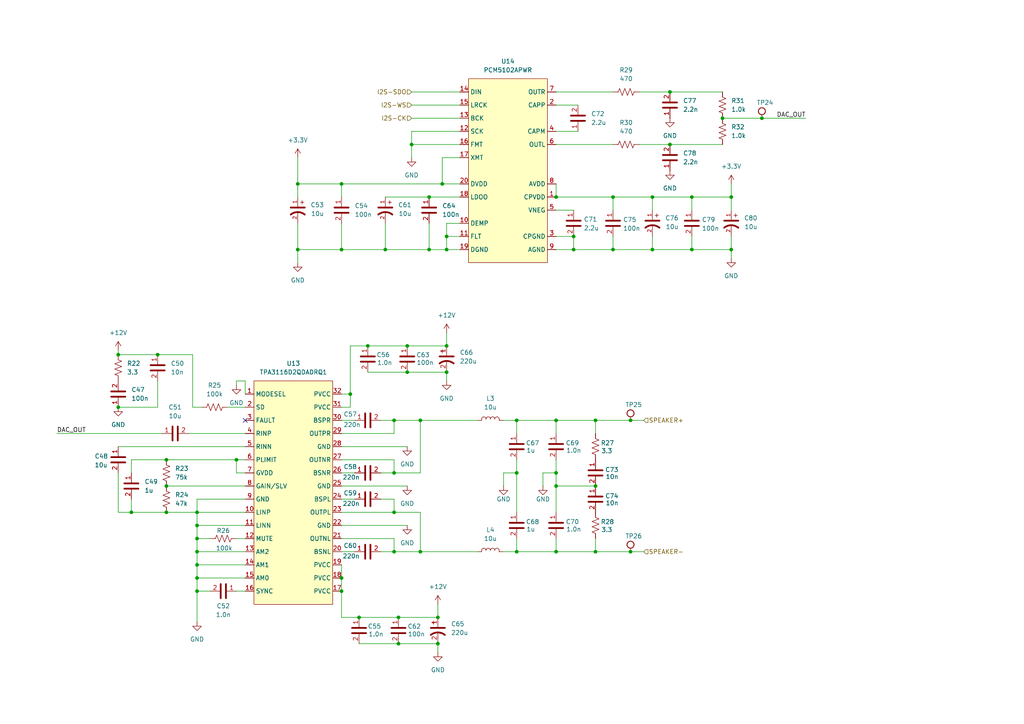
<source format=kicad_sch>
(kicad_sch (version 20250114) (generator "eeschema") (generator_version "9.0")
  (paper "A4")
  (junction (at 68.58 133.35))
  (junction (at 161.29 140.97))
  (junction (at 57.15 148.59))
  (junction (at 194.31 26.67))
  (junction (at 34.29 118.11))
  (junction (at 161.29 121.92))
  (junction (at 86.36 53.34))
  (junction (at 149.86 121.92))
  (junction (at 111.76 72.39))
  (junction (at 220.98 34.29))
  (junction (at 115.57 179.07))
  (junction (at 118.11 100.33))
  (junction (at 129.54 100.33))
  (junction (at 129.54 68.58))
  (junction (at 101.6 114.3))
  (junction (at 57.15 171.45))
  (junction (at 57.15 152.4))
  (junction (at 118.11 107.95))
  (junction (at 99.06 72.39))
  (junction (at 57.15 160.02))
  (junction (at 128.27 53.34))
  (junction (at 57.15 156.21))
  (junction (at 182.88 121.92))
  (junction (at 124.46 72.39))
  (junction (at 194.31 41.91))
  (junction (at 86.36 72.39))
  (junction (at 121.92 160.02))
  (junction (at 166.37 68.58))
  (junction (at 189.23 57.15))
  (junction (at 212.09 72.39))
  (junction (at 104.14 179.07))
  (junction (at 189.23 72.39))
  (junction (at 114.3 121.92))
  (junction (at 161.29 137.16))
  (junction (at 119.38 41.91))
  (junction (at 172.72 140.97))
  (junction (at 99.06 53.34))
  (junction (at 38.1 148.59))
  (junction (at 161.29 160.02))
  (junction (at 34.29 102.87))
  (junction (at 57.15 167.64))
  (junction (at 161.29 57.15))
  (junction (at 45.72 102.87))
  (junction (at 99.06 171.45))
  (junction (at 129.54 72.39))
  (junction (at 149.86 160.02))
  (junction (at 57.15 163.83))
  (junction (at 149.86 137.16))
  (junction (at 114.3 137.16))
  (junction (at 177.8 57.15))
  (junction (at 200.66 72.39))
  (junction (at 166.37 72.39))
  (junction (at 172.72 121.92))
  (junction (at 124.46 57.15))
  (junction (at 48.26 140.97))
  (junction (at 115.57 186.69))
  (junction (at 114.3 148.59))
  (junction (at 129.54 107.95))
  (junction (at 127 186.69))
  (junction (at 48.26 148.59))
  (junction (at 209.55 34.29))
  (junction (at 106.68 100.33))
  (junction (at 212.09 57.15))
  (junction (at 172.72 160.02))
  (junction (at 127 179.07))
  (junction (at 182.88 160.02))
  (junction (at 121.92 121.92))
  (junction (at 99.06 167.64))
  (junction (at 177.8 72.39))
  (junction (at 114.3 160.02))
  (junction (at 200.66 57.15))
  (junction (at 48.26 133.35))
  (no_connect (at 71.12 121.92))
  (wire (pts (xy 48.26 133.35) (xy 68.58 133.35)))
  (wire (pts (xy 129.54 68.58) (xy 129.54 72.39)))
  (wire (pts (xy 110.49 137.16) (xy 114.3 137.16)))
  (wire (pts (xy 172.72 121.92) (xy 172.72 125.73)))
  (wire (pts (xy 146.05 121.92) (xy 149.86 121.92)))
  (wire (pts (xy 128.27 53.34) (xy 133.35 53.34)))
  (wire (pts (xy 121.92 121.92) (xy 114.3 121.92)))
  (wire (pts (xy 129.54 64.77) (xy 129.54 68.58)))
  (wire (pts (xy 68.58 156.21) (xy 71.12 156.21)))
  (wire (pts (xy 34.29 137.16) (xy 34.29 148.59)))
  (wire (pts (xy 86.36 45.72) (xy 86.36 53.34)))
  (wire (pts (xy 172.72 160.02) (xy 182.88 160.02)))
  (wire (pts (xy 115.57 186.69) (xy 127 186.69)))
  (wire (pts (xy 34.29 102.87) (xy 45.72 102.87)))
  (wire (pts (xy 189.23 72.39) (xy 200.66 72.39)))
  (wire (pts (xy 212.09 53.34) (xy 212.09 57.15)))
  (wire (pts (xy 133.35 68.58) (xy 129.54 68.58)))
  (wire (pts (xy 99.06 121.92) (xy 102.87 121.92)))
  (wire (pts (xy 57.15 160.02) (xy 57.15 163.83)))
  (wire (pts (xy 161.29 41.91) (xy 177.8 41.91)))
  (wire (pts (xy 99.06 163.83) (xy 99.06 167.64)))
  (wire (pts (xy 114.3 144.78) (xy 114.3 148.59)))
  (wire (pts (xy 189.23 57.15) (xy 200.66 57.15)))
  (wire (pts (xy 124.46 72.39) (xy 129.54 72.39)))
  (wire (pts (xy 189.23 57.15) (xy 189.23 60.96)))
  (wire (pts (xy 209.55 34.29) (xy 220.98 34.29)))
  (wire (pts (xy 161.29 137.16) (xy 161.29 140.97)))
  (wire (pts (xy 212.09 60.96) (xy 212.09 57.15)))
  (wire (pts (xy 149.86 160.02) (xy 161.29 160.02)))
  (wire (pts (xy 16.51 125.73) (xy 46.99 125.73)))
  (wire (pts (xy 118.11 107.95) (xy 129.54 107.95)))
  (wire (pts (xy 115.57 179.07) (xy 127 179.07)))
  (wire (pts (xy 200.66 60.96) (xy 200.66 57.15)))
  (wire (pts (xy 133.35 57.15) (xy 124.46 57.15)))
  (wire (pts (xy 161.29 133.35) (xy 161.29 137.16)))
  (wire (pts (xy 121.92 121.92) (xy 138.43 121.92)))
  (wire (pts (xy 99.06 53.34) (xy 128.27 53.34)))
  (wire (pts (xy 146.05 160.02) (xy 149.86 160.02)))
  (wire (pts (xy 106.68 100.33) (xy 118.11 100.33)))
  (wire (pts (xy 101.6 118.11) (xy 101.6 114.3)))
  (wire (pts (xy 161.29 140.97) (xy 172.72 140.97)))
  (wire (pts (xy 129.54 96.52) (xy 129.54 100.33)))
  (wire (pts (xy 110.49 144.78) (xy 114.3 144.78)))
  (wire (pts (xy 101.6 100.33) (xy 106.68 100.33)))
  (wire (pts (xy 161.29 26.67) (xy 177.8 26.67)))
  (wire (pts (xy 45.72 118.11) (xy 34.29 118.11)))
  (wire (pts (xy 189.23 68.58) (xy 189.23 72.39)))
  (wire (pts (xy 114.3 137.16) (xy 121.92 137.16)))
  (wire (pts (xy 60.96 171.45) (xy 57.15 171.45)))
  (wire (pts (xy 194.31 26.67) (xy 209.55 26.67)))
  (wire (pts (xy 128.27 45.72) (xy 128.27 53.34)))
  (wire (pts (xy 121.92 137.16) (xy 121.92 121.92)))
  (wire (pts (xy 99.06 171.45) (xy 99.06 179.07)))
  (wire (pts (xy 149.86 137.16) (xy 149.86 148.59)))
  (wire (pts (xy 60.96 156.21) (xy 57.15 156.21)))
  (wire (pts (xy 161.29 140.97) (xy 161.29 148.59)))
  (wire (pts (xy 161.29 57.15) (xy 161.29 53.34)))
  (wire (pts (xy 124.46 57.15) (xy 111.76 57.15)))
  (wire (pts (xy 119.38 41.91) (xy 119.38 45.72)))
  (wire (pts (xy 86.36 64.77) (xy 86.36 72.39)))
  (wire (pts (xy 157.48 137.16) (xy 161.29 137.16)))
  (wire (pts (xy 124.46 64.77) (xy 124.46 72.39)))
  (wire (pts (xy 99.06 114.3) (xy 101.6 114.3)))
  (wire (pts (xy 114.3 148.59) (xy 121.92 148.59)))
  (wire (pts (xy 177.8 72.39) (xy 189.23 72.39)))
  (wire (pts (xy 86.36 53.34) (xy 99.06 53.34)))
  (wire (pts (xy 99.06 53.34) (xy 99.06 57.15)))
  (wire (pts (xy 161.29 160.02) (xy 172.72 160.02)))
  (wire (pts (xy 166.37 68.58) (xy 166.37 72.39)))
  (wire (pts (xy 54.61 125.73) (xy 71.12 125.73)))
  (wire (pts (xy 68.58 111.76) (xy 68.58 110.49)))
  (wire (pts (xy 200.66 72.39) (xy 212.09 72.39)))
  (wire (pts (xy 161.29 60.96) (xy 166.37 60.96)))
  (wire (pts (xy 99.06 133.35) (xy 114.3 133.35)))
  (wire (pts (xy 161.29 125.73) (xy 161.29 121.92)))
  (wire (pts (xy 45.72 102.87) (xy 55.88 102.87)))
  (wire (pts (xy 194.31 41.91) (xy 209.55 41.91)))
  (wire (pts (xy 220.98 34.29) (xy 233.68 34.29)))
  (wire (pts (xy 99.06 137.16) (xy 102.87 137.16)))
  (wire (pts (xy 121.92 160.02) (xy 138.43 160.02)))
  (wire (pts (xy 48.26 140.97) (xy 71.12 140.97)))
  (wire (pts (xy 71.12 110.49) (xy 71.12 114.3)))
  (wire (pts (xy 55.88 118.11) (xy 58.42 118.11)))
  (wire (pts (xy 177.8 57.15) (xy 177.8 60.96)))
  (wire (pts (xy 119.38 26.67) (xy 133.35 26.67)))
  (wire (pts (xy 86.36 53.34) (xy 86.36 57.15)))
  (wire (pts (xy 149.86 160.02) (xy 149.86 156.21)))
  (wire (pts (xy 119.38 34.29) (xy 133.35 34.29)))
  (wire (pts (xy 185.42 26.67) (xy 194.31 26.67)))
  (wire (pts (xy 133.35 45.72) (xy 128.27 45.72)))
  (wire (pts (xy 99.06 144.78) (xy 102.87 144.78)))
  (wire (pts (xy 182.88 160.02) (xy 186.69 160.02)))
  (wire (pts (xy 99.06 129.54) (xy 118.11 129.54)))
  (wire (pts (xy 161.29 72.39) (xy 166.37 72.39)))
  (wire (pts (xy 104.14 186.69) (xy 115.57 186.69)))
  (wire (pts (xy 114.3 160.02) (xy 110.49 160.02)))
  (wire (pts (xy 114.3 125.73) (xy 114.3 121.92)))
  (wire (pts (xy 121.92 148.59) (xy 121.92 160.02)))
  (wire (pts (xy 127 189.23) (xy 127 186.69)))
  (wire (pts (xy 38.1 133.35) (xy 38.1 137.16)))
  (wire (pts (xy 99.06 64.77) (xy 99.06 72.39)))
  (wire (pts (xy 161.29 30.48) (xy 167.64 30.48)))
  (wire (pts (xy 119.38 38.1) (xy 119.38 41.91)))
  (wire (pts (xy 127 175.26) (xy 127 179.07)))
  (wire (pts (xy 149.86 121.92) (xy 149.86 125.73)))
  (wire (pts (xy 71.12 144.78) (xy 57.15 144.78)))
  (wire (pts (xy 99.06 160.02) (xy 102.87 160.02)))
  (wire (pts (xy 66.04 118.11) (xy 71.12 118.11)))
  (wire (pts (xy 57.15 167.64) (xy 57.15 163.83)))
  (wire (pts (xy 161.29 160.02) (xy 161.29 156.21)))
  (wire (pts (xy 118.11 100.33) (xy 129.54 100.33)))
  (wire (pts (xy 57.15 171.45) (xy 57.15 167.64)))
  (wire (pts (xy 57.15 144.78) (xy 57.15 148.59)))
  (wire (pts (xy 114.3 148.59) (xy 99.06 148.59)))
  (wire (pts (xy 68.58 110.49) (xy 71.12 110.49)))
  (wire (pts (xy 161.29 121.92) (xy 149.86 121.92)))
  (wire (pts (xy 111.76 72.39) (xy 124.46 72.39)))
  (wire (pts (xy 106.68 107.95) (xy 118.11 107.95)))
  (wire (pts (xy 38.1 133.35) (xy 48.26 133.35)))
  (wire (pts (xy 71.12 160.02) (xy 57.15 160.02)))
  (wire (pts (xy 57.15 156.21) (xy 57.15 160.02)))
  (wire (pts (xy 57.15 180.34) (xy 57.15 171.45)))
  (wire (pts (xy 57.15 167.64) (xy 71.12 167.64)))
  (wire (pts (xy 110.49 121.92) (xy 114.3 121.92)))
  (wire (pts (xy 34.29 148.59) (xy 38.1 148.59)))
  (wire (pts (xy 133.35 41.91) (xy 119.38 41.91)))
  (wire (pts (xy 212.09 72.39) (xy 212.09 74.93)))
  (wire (pts (xy 55.88 102.87) (xy 55.88 118.11)))
  (wire (pts (xy 71.12 137.16) (xy 68.58 137.16)))
  (wire (pts (xy 86.36 72.39) (xy 86.36 76.2)))
  (wire (pts (xy 200.66 57.15) (xy 212.09 57.15)))
  (wire (pts (xy 57.15 152.4) (xy 57.15 156.21)))
  (wire (pts (xy 57.15 148.59) (xy 71.12 148.59)))
  (wire (pts (xy 212.09 72.39) (xy 212.09 68.58)))
  (wire (pts (xy 99.06 167.64) (xy 99.06 171.45)))
  (wire (pts (xy 161.29 68.58) (xy 166.37 68.58)))
  (wire (pts (xy 133.35 38.1) (xy 119.38 38.1)))
  (wire (pts (xy 177.8 68.58) (xy 177.8 72.39)))
  (wire (pts (xy 38.1 144.78) (xy 38.1 148.59)))
  (wire (pts (xy 133.35 64.77) (xy 129.54 64.77)))
  (wire (pts (xy 161.29 57.15) (xy 177.8 57.15)))
  (wire (pts (xy 99.06 125.73) (xy 114.3 125.73)))
  (wire (pts (xy 57.15 148.59) (xy 57.15 152.4)))
  (wire (pts (xy 68.58 133.35) (xy 71.12 133.35)))
  (wire (pts (xy 99.06 156.21) (xy 114.3 156.21)))
  (wire (pts (xy 146.05 137.16) (xy 149.86 137.16)))
  (wire (pts (xy 71.12 129.54) (xy 34.29 129.54)))
  (wire (pts (xy 86.36 72.39) (xy 99.06 72.39)))
  (wire (pts (xy 99.06 72.39) (xy 111.76 72.39)))
  (wire (pts (xy 99.06 140.97) (xy 118.11 140.97)))
  (wire (pts (xy 99.06 179.07) (xy 104.14 179.07)))
  (wire (pts (xy 149.86 133.35) (xy 149.86 137.16)))
  (wire (pts (xy 45.72 110.49) (xy 45.72 118.11)))
  (wire (pts (xy 129.54 72.39) (xy 133.35 72.39)))
  (wire (pts (xy 129.54 110.49) (xy 129.54 107.95)))
  (wire (pts (xy 111.76 64.77) (xy 111.76 72.39)))
  (wire (pts (xy 101.6 114.3) (xy 101.6 100.33)))
  (wire (pts (xy 119.38 30.48) (xy 133.35 30.48)))
  (wire (pts (xy 182.88 121.92) (xy 186.69 121.92)))
  (wire (pts (xy 57.15 152.4) (xy 71.12 152.4)))
  (wire (pts (xy 114.3 156.21) (xy 114.3 160.02)))
  (wire (pts (xy 200.66 68.58) (xy 200.66 72.39)))
  (wire (pts (xy 68.58 137.16) (xy 68.58 133.35)))
  (wire (pts (xy 157.48 137.16) (xy 157.48 140.97)))
  (wire (pts (xy 34.29 101.6) (xy 34.29 102.87)))
  (wire (pts (xy 177.8 57.15) (xy 189.23 57.15)))
  (wire (pts (xy 104.14 179.07) (xy 115.57 179.07)))
  (wire (pts (xy 48.26 148.59) (xy 57.15 148.59)))
  (wire (pts (xy 172.72 160.02) (xy 172.72 156.21)))
  (wire (pts (xy 161.29 121.92) (xy 172.72 121.92)))
  (wire (pts (xy 57.15 163.83) (xy 71.12 163.83)))
  (wire (pts (xy 114.3 133.35) (xy 114.3 137.16)))
  (wire (pts (xy 146.05 137.16) (xy 146.05 140.97)))
  (wire (pts (xy 185.42 41.91) (xy 194.31 41.91)))
  (wire (pts (xy 172.72 121.92) (xy 182.88 121.92)))
  (wire (pts (xy 161.29 38.1) (xy 167.64 38.1)))
  (wire (pts (xy 99.06 118.11) (xy 101.6 118.11)))
  (wire (pts (xy 121.92 160.02) (xy 114.3 160.02)))
  (wire (pts (xy 38.1 148.59) (xy 48.26 148.59)))
  (wire (pts (xy 68.58 171.45) (xy 71.12 171.45)))
  (wire (pts (xy 99.06 152.4) (xy 118.11 152.4)))
  (wire (pts (xy 166.37 72.39) (xy 177.8 72.39)))
  (label "DAC_OUT" (at 233.68 34.29 180))
  (label "DAC_OUT" (at 16.51 125.73 0))
  (hierarchical_label "I2S-CK" (shape input) (at 119.38 34.29 180))
  (hierarchical_label "I2S-SDO" (shape input) (at 119.38 26.67 180))
  (hierarchical_label "SPEAKER-" (shape input) (at 186.69 160.02 0))
  (hierarchical_label "I2S-WS" (shape input) (at 119.38 30.48 180))
  (hierarchical_label "SPEAKER+" (shape input) (at 186.69 121.92 0))
  (symbol (lib_id "power:GND") (at 194.31 49.53 0) (unit 1)
    (property "Reference" "#PWR098" (effects (hide yes)))
    (property "Value" "GND" (at 194.31 54.61 0))
    (property "Description" "Power symbol creates a global label with name \"GND\" , ground" (effects (hide yes)))
  )
  (symbol (lib_id "power:GND") (at 129.54 110.49 0) (unit 1)
    (property "Reference" "#PWR094" (effects (hide yes)))
    (property "Value" "GND" (at 129.54 115.57 0))
    (property "Description" "Power symbol creates a global label with name \"GND\" , ground" (effects (hide yes)))
  )
  (symbol (lib_id "BFR Capacitors:06035C104KAT2A") (at 99.06 60.96 0) (unit 1)
    (property "Reference" "C54" (at 102.87 59.6899 0) (effects (justify left)))
    (property "Value" "100n" (at 102.87 62.2299 0) (effects (justify left)))
    (property "Footprint" "Capacitor_SMD:C_0603_1608Metric_Pad1.08x0.95mm_HandSolder" (effects (hide yes)))
    (property "Description" "100nF±10% X7R 16V JLCPCB Basic 0603 Capacitor" (effects (hide yes)))
    (property "Sim.Device" "SUBCKT" (effects (hide yes)))
    (property "Sim.Pins" "1=P1 2=P2" (effects (hide yes)))
    (property "Sim.Library" "${BFRUH_DIR}/Electronics/spice_models/bfr_capacitors/06035C104KAT2A.lib" (effects (hide yes)))
    (property "Sim.Name" "06035C104KAT2A" (effects (hide yes)))
    (property "Pretty Name" "100nF 16V 0603 Capacitor" (effects (hide yes)))
    (property "Order From" "LCSC" (effects (hide yes)))
    (property "Digikey P/N" "478-KGM15BR71H104KTCT-ND" (effects (hide yes)))
    (property "Mouser P/N" "581-06035C104KAT2A" (effects (hide yes)))
    (property "LCSC P/N" "C14663" (effects (hide yes)))
    (property "JLCPCB Basic Part" "Yes" (effects (hide yes)))
    (property "Created by" "capacitor_generator.py script using capacitor_bible_spec.txt" (effects (hide yes)))
  )
  (symbol (lib_id "bfr_capacitors:CL21A225KBQNNNE") (at 166.37 64.77 0) (unit 1)
    (property "Reference" "C71" (at 169.3266 63.6209 0) (effects (justify left)))
    (property "Value" "2.2u" (at 169.3266 66.1609 0) (effects (justify left)))
    (property "Footprint" "Capacitor_SMD:C_0805_2012Metric_Pad1.18x1.45mm_HandSolder" (effects (hide yes)))
    (property "Description" "2.2uF±10% X5R 50V JLCPCB Basic 0805 Capacitor" (effects (hide yes)))
    (property "Sim.Device" "SUBCKT" (effects (hide yes)))
    (property "Sim.Pins" "1=P1 2=P2" (effects (hide yes)))
    (property "Sim.Library" "${BFRUH_DIR}/Electronics/spice_models/bfr_capacitors/CL21A225KBQNNNE.lib" (effects (hide yes)))
    (property "Sim.Name" "CL21A225KBQNNNE" (effects (hide yes)))
    (property "Pretty Name" "2.2uF X5R 50V 0805 Capacitor" (effects (hide yes)))
    (property "Order From" "LCSC" (effects (hide yes)))
    (property "LCSC P/N" "C377773" (effects (hide yes)))
    (property "JLCPCB Basic Part" "Yes" (effects (hide yes)))
    (property "Created by" "capacitor_generator.py script using jlcbasic_additional_capacitor_spec.txt" (effects (hide yes)))
    (property "LCSC Part #" "C377773" (effects (hide yes)))
  )
  (symbol (lib_name "TAJA106K016RNJ_1") (lib_id ".Capacitor-Polarized:TAJA106K016RNJ") (at 189.23 68.58 270) (mirror x) (unit 1)
    (property "Reference" "C76" (at 196.85 63.246 90) (effects (justify right)))
    (property "Value" "10u" (at 196.85 65.786 90) (effects (justify right)))
    (property "Footprint" "Capacitor_THT:CP_Radial_D10.0mm_P5.00mm" (effects (hide yes)))
    (property "Datasheet" "https://industrial.panasonic.com/cdbs/www-data/pdf/RDF0000/ABA0000C1024.pdf" (effects (hide yes)))
    (property "Description" "10uF 400V electrolytic capacitor" (effects (hide yes)))
    (property "Manufacturer" "Panasonic" (effects (hide yes)))
    (property "Manufacturer P/N" "EEU-EB2G100PF " (effects (hide yes)))
    (property "Mouser P/N" "667-EEU-EB2G100PF " (effects (hide yes)))
  )
  (symbol (lib_id "bfr_capacitors:08055A103JAT2A") (at 172.72 144.78 0) (unit 1)
    (property "Reference" "C74" (at 175.514 143.129 0) (effects (justify left top)))
    (property "Value" "10n" (at 175.641 145.161 0) (effects (justify left top)))
    (property "Footprint" "Capacitor_SMD:C_0805_2012Metric_Pad1.18x1.45mm_HandSolder" (effects (hide yes)))
    (property "Description" "10nF±10% X7R 50V JLCPCB Basic 0805 Capacitor" (effects (hide yes)))
    (property "Sim.Device" "SUBCKT" (effects (hide yes)))
    (property "Sim.Pins" "1=P1 2=P2" (effects (hide yes)))
    (property "Sim.Library" "${BFRUH_DIR}/Electronics/spice_models/bfr_capacitors/08055A103JAT2A.lib" (effects (hide yes)))
    (property "Sim.Name" "08055A103JAT2A" (effects (hide yes)))
    (property "Pretty Name" "10nF 50V 0805 Capacitor" (effects (hide yes)))
    (property "Order From" "LCSC" (effects (hide yes)))
    (property "Digikey P/N" "478-KGM21ACG1H103JUCT-ND" (effects (hide yes)))
    (property "Mouser P/N" "581-08055A103JAT2A" (effects (hide yes)))
    (property "LCSC P/N" "C1710" (effects (hide yes)))
    (property "JLCPCB Basic Part" "Yes" (effects (hide yes)))
    (property "Created by" "capacitor_generator.py script using capacitor_bible_spec.txt" (effects (hide yes)))
    (property "LCSC Part #" "C1710" (effects (hide yes)))
  )
  (symbol (lib_id "BFR Capacitors:06035A222JAT2A") (at 194.31 45.72 180) (unit 1)
    (property "Reference" "C78" (at 198.12 44.4499 0) (effects (justify right)))
    (property "Value" "2.2n" (at 198.12 46.9899 0) (effects (justify right)))
    (property "Footprint" "Capacitor_SMD:C_0603_1608Metric_Pad1.08x0.95mm_HandSolder" (effects (hide yes)))
    (property "Description" "2.2nF±10% X7R 50V JLCPCB Basic 0603 Capacitor" (effects (hide yes)))
    (property "Sim.Device" "SUBCKT" (effects (hide yes)))
    (property "Sim.Pins" "1=P1 2=P2" (effects (hide yes)))
    (property "Sim.Library" "${BFRUH_DIR}/Electronics/spice_models/bfr_capacitors/06035A222JAT2A.lib" (effects (hide yes)))
    (property "Sim.Name" "06035A222JAT2A" (effects (hide yes)))
    (property "Pretty Name" "2.2nF 50V 0603 Capacitor" (effects (hide yes)))
    (property "Order From" "LCSC" (effects (hide yes)))
    (property "Digikey P/N" "478-KGM15BCG1H222JTCT-ND" (effects (hide yes)))
    (property "Mouser P/N" "581-06035A222JAT2A" (effects (hide yes)))
    (property "LCSC P/N" "C1604" (effects (hide yes)))
    (property "JLCPCB Basic Part" "Yes" (effects (hide yes)))
    (property "Created by" "capacitor_generator.py script using capacitor_bible_spec.txt" (effects (hide yes)))
  )
  (symbol (lib_id ".Test-Point:RH-5015") (at 220.98 34.29 0) (unit 1)
    (property "Reference" "TP24" (at 219.4568 29.0337 0) (effects (justify left top)))
    (property "Value" "RH-5015" (effects (hide yes)))
    (property "Footprint" "TestPoint:TestPoint_Keystone_5015_Micro_Mini" (effects (hide yes)))
    (property "Datasheet" "https://wmsc.lcsc.com/wmsc/upload/file/pdf/v2/lcsc/2310260935_ronghe-RH-5015_C5199798.pdf" (effects (hide yes)))
    (property "Description" "Surface-mount grabby test point" (effects (hide yes)))
    (property "Link" "https://jlcpcb.com/partdetail/Ronghe-RH5015/C5199798" (effects (hide yes)))
    (property "Digikey P/N" "36-5015CT-ND" (effects (hide yes)))
    (property "Mouser P/N" "534-5015" (effects (hide yes)))
    (property "LCSC P/N" "C5199798" (effects (hide yes)))
    (property "Manufacturer" "Ronghe" (effects (hide yes)))
    (property "Manufacturer P/N" "RH-5015" (effects (hide yes)))
    (property "LCSC Part #" "C5199798" (effects (hide yes)))
  )
  (symbol (lib_id "BFR Capacitors:35ZLH220MEFC8X11.5") (at 129.54 104.14 0) (unit 1)
    (property "Reference" "C66" (at 133.35 102.2349 0) (effects (justify left)))
    (property "Value" "220u" (at 133.35 104.7749 0) (effects (justify left)))
    (property "Footprint" "Capacitor_THT:CP_Radial_D10.0mm_P5.00mm" (effects (hide yes)))
    (property "Datasheet" "https://industrial.panasonic.com/cdbs/www-data/pdf/RDF0000/ABA0000C1018.pdf" (effects (hide yes)))
    (property "Description" "220uF 50V Through-hole Electrolytic Capacitor" (effects (hide yes)))
    (property "Order From" "Mouser" (effects (hide yes)))
    (property "P/N" "EEU-FM1H221B " (effects (hide yes)))
    (property "Mouser P/N" "667-EEU-FM1H221B " (effects (hide yes)))
  )
  (symbol (lib_id "BFR Capacitors:CL10A105KB8NNNC") (at 38.1 140.97 0) (unit 1)
    (property "Reference" "C49" (at 41.91 139.6999 0) (effects (justify left)))
    (property "Value" "1u" (at 41.91 142.2399 0) (effects (justify left)))
    (property "Footprint" "Capacitor_SMD:C_0603_1608Metric_Pad1.08x0.95mm_HandSolder" (effects (hide yes)))
    (property "Description" "1uF±10% X5R 50V JLCPCB Basic 0603 Capacitor" (effects (hide yes)))
    (property "Sim.Device" "SUBCKT" (effects (hide yes)))
    (property "Sim.Pins" "1=P1 2=P2" (effects (hide yes)))
    (property "Sim.Library" "${BFRUH_DIR}/Electronics/spice_models/bfr_capacitors/CL10A105KB8NNNC.lib" (effects (hide yes)))
    (property "Sim.Name" "CL10A105KB8NNNC" (effects (hide yes)))
    (property "Pretty Name" "1uF X5R 50V 0603 Capacitor" (effects (hide yes)))
    (property "Order From" "LCSC" (effects (hide yes)))
    (property "LCSC P/N" "C15849" (effects (hide yes)))
    (property "JLCPCB Basic Part" "Yes" (effects (hide yes)))
    (property "Created by" "capacitor_generator.py script using jlcbasic_additional_capacitor_spec.txt" (effects (hide yes)))
  )
  (symbol (lib_name "TAJA106K016RNJ_1") (lib_id ".Capacitor-Polarized:TAJA106K016RNJ") (at 86.36 64.77 270) (mirror x) (unit 1)
    (property "Reference" "C53" (at 93.98 59.436 90) (effects (justify right)))
    (property "Value" "10u" (at 93.98 61.976 90) (effects (justify right)))
    (property "Footprint" "Capacitor_THT:CP_Radial_D10.0mm_P5.00mm" (effects (hide yes)))
    (property "Datasheet" "https://industrial.panasonic.com/cdbs/www-data/pdf/RDF0000/ABA0000C1024.pdf" (effects (hide yes)))
    (property "Description" "10uF 400V electrolytic capacitor" (effects (hide yes)))
    (property "Manufacturer" "Panasonic" (effects (hide yes)))
    (property "Manufacturer P/N" "EEU-EB2G100PF " (effects (hide yes)))
    (property "Mouser P/N" "667-EEU-EB2G100PF " (effects (hide yes)))
  )
  (symbol (lib_id "BFR Resistors:RMCF0603FT470R") (at 181.61 41.91 0) (unit 1)
    (property "Reference" "R30" (at 181.61 35.56 0))
    (property "Value" "470" (at 181.61 38.1 0))
    (property "Footprint" "Resistor_SMD:R_0603_1608Metric_Pad0.98x0.95mm_HandSolder" (effects (hide yes)))
    (property "Datasheet" "https://www.seielect.com/catalog/sei-rmcf_rmcp.pdf" (effects (hide yes)))
    (property "Description" "470Ω 0603 JLCPCB Basic Resistor" (effects (hide yes)))
    (property "Sim.Device" "SUBCKT" (effects (hide yes)))
    (property "Sim.Pins" "1=P1 2=P2" (effects (hide yes)))
    (property "Sim.Library" "${BFRUH_DIR}/Electronics/spice_models/bfr_resistors/RMCF0603FT470R.lib" (effects (hide yes)))
    (property "Sim.Name" "RMCF0603FT470R" (effects (hide yes)))
    (property "Pretty Name" "470Ω 0603 Resistor" (effects (hide yes)))
    (property "Order From" "LCSC" (effects (hide yes)))
    (property "Digikey P/N" "RMCF0603FT470RCT-ND" (effects (hide yes)))
    (property "Mouser P/N" "708-RMCF0603FT470R" (effects (hide yes)))
    (property "LCSC P/N" "C23179" (effects (hide yes)))
    (property "JLCPCB Basic Part" "Yes" (effects (hide yes)))
    (property "Created by" "resistor_generator.py script using e24_resistor_bible_spec.txt" (effects (hide yes)))
  )
  (symbol (lib_id "power:GND") (at 127 189.23 0) (unit 1)
    (property "Reference" "#PWR092" (effects (hide yes)))
    (property "Value" "GND" (at 127 194.31 0))
    (property "Description" "Power symbol creates a global label with name \"GND\" , ground" (effects (hide yes)))
  )
  (symbol (lib_id "BFR Capacitors:06035C224KAT2A") (at 106.68 160.02 90) (unit 1)
    (property "Reference" "C60" (at 101.6 158.242 90))
    (property "Value" "220n" (at 101.854 161.29 90))
    (property "Footprint" "Capacitor_SMD:C_0603_1608Metric_Pad1.08x0.95mm_HandSolder" (effects (hide yes)))
    (property "Description" "220nF±10% X7R 16V JLCPCB Basic 0603 Capacitor" (effects (hide yes)))
    (property "Sim.Device" "SUBCKT" (effects (hide yes)))
    (property "Sim.Pins" "1=P1 2=P2" (effects (hide yes)))
    (property "Sim.Library" "${BFRUH_DIR}/Electronics/spice_models/bfr_capacitors/06035C224KAT2A.lib" (effects (hide yes)))
    (property "Sim.Name" "06035C224KAT2A" (effects (hide yes)))
    (property "Pretty Name" "220nF 16V 0603 Capacitor" (effects (hide yes)))
    (property "Order From" "LCSC" (effects (hide yes)))
    (property "Digikey P/N" "478-KGM15BR71H224KTCT-ND" (effects (hide yes)))
    (property "Mouser P/N" "581-06035C224KAT2A" (effects (hide yes)))
    (property "LCSC P/N" "C21120" (effects (hide yes)))
    (property "JLCPCB Basic Part" "Yes" (effects (hide yes)))
    (property "Created by" "capacitor_generator.py script using capacitor_bible_spec.txt" (effects (hide yes)))
  )
  (symbol (lib_id "BFR Capacitors:VJ0603Y103KXAAC") (at 45.72 106.68 0) (unit 1)
    (property "Reference" "C50" (at 49.53 105.4099 0) (effects (justify left)))
    (property "Value" "10n" (at 49.53 107.9499 0) (effects (justify left)))
    (property "Footprint" "Capacitor_SMD:C_0603_1608Metric_Pad1.08x0.95mm_HandSolder" (effects (hide yes)))
    (property "Description" "10nF±10% X7R 25V JLCPCB Basic 0603 Capacitor" (effects (hide yes)))
    (property "Sim.Device" "SUBCKT" (effects (hide yes)))
    (property "Sim.Pins" "1=P1 2=P2" (effects (hide yes)))
    (property "Sim.Library" "${BFRUH_DIR}/Electronics/spice_models/bfr_capacitors/VJ0603Y103KXAAC.lib" (effects (hide yes)))
    (property "Sim.Name" "VJ0603Y103KXAAC" (effects (hide yes)))
    (property "Pretty Name" "10nF 25V 0603 Capacitor" (effects (hide yes)))
    (property "Order From" "LCSC" (effects (hide yes)))
    (property "Digikey P/N" "720-1376-1-ND" (effects (hide yes)))
    (property "Mouser P/N" "77-VJ0603Y103KXAAC" (effects (hide yes)))
    (property "LCSC P/N" "C57112" (effects (hide yes)))
    (property "JLCPCB Basic Part" "Yes" (effects (hide yes)))
    (property "Created by" "capacitor_generator.py script using capacitor_bible_spec.txt" (effects (hide yes)))
  )
  (symbol (lib_id ".Test-Point:RH-5015") (at 182.88 160.02 0) (unit 1)
    (property "Reference" "TP26" (at 181.3568 154.7637 0) (effects (justify left top)))
    (property "Value" "RH-5015" (effects (hide yes)))
    (property "Footprint" "TestPoint:TestPoint_Keystone_5015_Micro_Mini" (effects (hide yes)))
    (property "Datasheet" "https://wmsc.lcsc.com/wmsc/upload/file/pdf/v2/lcsc/2310260935_ronghe-RH-5015_C5199798.pdf" (effects (hide yes)))
    (property "Description" "Surface-mount grabby test point" (effects (hide yes)))
    (property "Link" "https://jlcpcb.com/partdetail/Ronghe-RH5015/C5199798" (effects (hide yes)))
    (property "Digikey P/N" "36-5015CT-ND" (effects (hide yes)))
    (property "Mouser P/N" "534-5015" (effects (hide yes)))
    (property "LCSC P/N" "C5199798" (effects (hide yes)))
    (property "Manufacturer" "Ronghe" (effects (hide yes)))
    (property "Manufacturer P/N" "RH-5015" (effects (hide yes)))
    (property "LCSC Part #" "C5199798" (effects (hide yes)))
  )
  (symbol (lib_id "power:GND") (at 34.29 118.11 0) (unit 1)
    (property "Reference" "#PWR082" (effects (hide yes)))
    (property "Value" "GND" (at 34.29 123.19 0))
    (property "Description" "Power symbol creates a global label with name \"GND\" , ground" (effects (hide yes)))
  )
  (symbol (lib_id ".Test-Point:RH-5015") (at 182.88 121.92 0) (unit 1)
    (property "Reference" "TP25" (at 181.3568 116.6637 0) (effects (justify left top)))
    (property "Value" "RH-5015" (effects (hide yes)))
    (property "Footprint" "TestPoint:TestPoint_Keystone_5015_Micro_Mini" (effects (hide yes)))
    (property "Datasheet" "https://wmsc.lcsc.com/wmsc/upload/file/pdf/v2/lcsc/2310260935_ronghe-RH-5015_C5199798.pdf" (effects (hide yes)))
    (property "Description" "Surface-mount grabby test point" (effects (hide yes)))
    (property "Link" "https://jlcpcb.com/partdetail/Ronghe-RH5015/C5199798" (effects (hide yes)))
    (property "Digikey P/N" "36-5015CT-ND" (effects (hide yes)))
    (property "Mouser P/N" "534-5015" (effects (hide yes)))
    (property "LCSC P/N" "C5199798" (effects (hide yes)))
    (property "Manufacturer" "Ronghe" (effects (hide yes)))
    (property "Manufacturer P/N" "RH-5015" (effects (hide yes)))
    (property "LCSC Part #" "C5199798" (effects (hide yes)))
  )
  (symbol (lib_id "bfr_resistors:RMCF0805FT3R30") (at 172.72 152.4 90) (unit 1)
    (property "Reference" "R28" (at 174.244 150.622 90) (effects (justify right bottom)))
    (property "Value" "3.3" (at 174.371 152.908 90) (effects (justify right bottom)))
    (property "Footprint" "Resistor_SMD:R_0805_2012Metric_Pad1.20x1.40mm_HandSolder" (effects (hide yes)))
    (property "Datasheet" "https://www.seielect.com/catalog/sei-rmcf_rmcp.pdf" (effects (hide yes)))
    (property "Description" "3.3Ω 0805 Resistor" (effects (hide yes)))
    (property "Sim.Device" "SUBCKT" (effects (hide yes)))
    (property "Sim.Pins" "1=P1 2=P2" (effects (hide yes)))
    (property "Sim.Library" "${BFRUH_DIR}/Electronics/spice_models/bfr_resistors/RMCF0805FT3R30.lib" (effects (hide yes)))
    (property "Sim.Name" "RMCF0805FT3R30" (effects (hide yes)))
    (property "Pretty Name" "3.3Ω 0805 Resistor" (effects (hide yes)))
    (property "Order From" "Mouser" (effects (hide yes)))
    (property "Digikey P/N" "RMCF0805FT3R30CT-ND" (effects (hide yes)))
    (property "Mouser P/N" "708-RMCF0805FT3R30" (effects (hide yes)))
    (property "LCSC P/N" "C16257" (effects (hide yes)))
    (property "JLCPCB Basic Part" "No" (effects (hide yes)))
    (property "Created by" "resistor_generator.py script using e24_resistor_bible_spec.txt" (effects (hide yes)))
    (property "LCSC Part #" "C16257" (effects (hide yes)))
  )
  (symbol (lib_id "power:+3.3V") (at 86.36 45.72 0) (unit 1)
    (property "Reference" "#PWR085" (effects (hide yes)))
    (property "Value" "+3.3V" (at 86.36 40.64 0))
    (property "Description" "Power symbol creates a global label with name \"+3.3V\"" (effects (hide yes)))
  )
  (symbol (lib_id "BFR Resistors:RMCF0603FT1K00") (at 209.55 38.1 90) (unit 1)
    (property "Reference" "R32" (at 212.09 36.8299 90) (effects (justify right)))
    (property "Value" "1.0k" (at 212.09 39.3699 90) (effects (justify right)))
    (property "Footprint" "Resistor_SMD:R_0603_1608Metric_Pad0.98x0.95mm_HandSolder" (effects (hide yes)))
    (property "Datasheet" "https://www.seielect.com/catalog/sei-rmcf_rmcp.pdf" (effects (hide yes)))
    (property "Description" "1.0kΩ 0603 JLCPCB Basic Resistor" (effects (hide yes)))
    (property "Sim.Device" "SUBCKT" (effects (hide yes)))
    (property "Sim.Pins" "1=P1 2=P2" (effects (hide yes)))
    (property "Sim.Library" "${BFRUH_DIR}/Electronics/spice_models/bfr_resistors/RMCF0603FT1K00.lib" (effects (hide yes)))
    (property "Sim.Name" "RMCF0603FT1K00" (effects (hide yes)))
    (property "Pretty Name" "1.0kΩ 0603 Resistor" (effects (hide yes)))
    (property "Order From" "LCSC" (effects (hide yes)))
    (property "Digikey P/N" "RMCF0603FT1K00CT-ND" (effects (hide yes)))
    (property "Mouser P/N" "708-RMCF0603FT1K00" (effects (hide yes)))
    (property "LCSC P/N" "C21190" (effects (hide yes)))
    (property "JLCPCB Basic Part" "Yes" (effects (hide yes)))
    (property "Created by" "resistor_generator.py script using e24_resistor_bible_spec.txt" (effects (hide yes)))
  )
  (symbol (lib_id "bfr_capacitors:08055C102JAT4A") (at 161.29 129.54 0) (unit 1)
    (property "Reference" "C69" (at 164.084 127.762 0) (effects (justify left top)))
    (property "Value" "1.0n" (at 164.211 129.921 0) (effects (justify left top)))
    (property "Footprint" "Capacitor_SMD:C_0805_2012Metric_Pad1.18x1.45mm_HandSolder" (effects (hide yes)))
    (property "Description" "1.0nF±10% X7R 50V JLCPCB Basic 0805 Capacitor" (effects (hide yes)))
    (property "Sim.Device" "SUBCKT" (effects (hide yes)))
    (property "Sim.Pins" "1=P1 2=P2" (effects (hide yes)))
    (property "Sim.Library" "${BFRUH_DIR}/Electronics/spice_models/bfr_capacitors/08055C102JAT4A.lib" (effects (hide yes)))
    (property "Sim.Name" "08055C102JAT4A" (effects (hide yes)))
    (property "Pretty Name" "1.0nF 50V 0805 Capacitor" (effects (hide yes)))
    (property "Order From" "LCSC" (effects (hide yes)))
    (property "Digikey P/N" "478-KGM21NR71H102JMCT-ND" (effects (hide yes)))
    (property "Mouser P/N" "581-08055C102JAT4A" (effects (hide yes)))
    (property "LCSC P/N" "C46653" (effects (hide yes)))
    (property "JLCPCB Basic Part" "Yes" (effects (hide yes)))
    (property "Created by" "capacitor_generator.py script using capacitor_bible_spec.txt" (effects (hide yes)))
    (property "LCSC Part #" "C46653" (effects (hide yes)))
  )
  (symbol (lib_id "bfr_capacitors:08055C102JAT4A") (at 104.14 182.88 0) (unit 1)
    (property "Reference" "C55" (at 106.6658 180.9239 0) (effects (justify left top)))
    (property "Value" "1.0n" (at 106.845 183.2085 0) (effects (justify left top)))
    (property "Footprint" "Capacitor_SMD:C_0805_2012Metric_Pad1.18x1.45mm_HandSolder" (effects (hide yes)))
    (property "Description" "1.0nF±10% X7R 50V JLCPCB Basic 0805 Capacitor" (effects (hide yes)))
    (property "Sim.Device" "SUBCKT" (effects (hide yes)))
    (property "Sim.Pins" "1=P1 2=P2" (effects (hide yes)))
    (property "Sim.Library" "${BFRUH_DIR}/Electronics/spice_models/bfr_capacitors/08055C102JAT4A.lib" (effects (hide yes)))
    (property "Sim.Name" "08055C102JAT4A" (effects (hide yes)))
    (property "Pretty Name" "1.0nF 50V 0805 Capacitor" (effects (hide yes)))
    (property "Order From" "LCSC" (effects (hide yes)))
    (property "Digikey P/N" "478-KGM21NR71H102JMCT-ND" (effects (hide yes)))
    (property "Mouser P/N" "581-08055C102JAT4A" (effects (hide yes)))
    (property "LCSC P/N" "C46653" (effects (hide yes)))
    (property "JLCPCB Basic Part" "Yes" (effects (hide yes)))
    (property "Created by" "capacitor_generator.py script using capacitor_bible_spec.txt" (effects (hide yes)))
    (property "LCSC Part #" "C46653" (effects (hide yes)))
  )
  (symbol (lib_id "BFR Capacitors:MLASE168BB7225KTNA01") (at 167.64 34.29 180) (unit 1)
    (property "Reference" "C72" (at 171.45 33.0199 0) (effects (justify right)))
    (property "Value" "2.2u" (at 171.45 35.5599 0) (effects (justify right)))
    (property "Footprint" "Capacitor_SMD:C_0603_1608Metric_Pad1.08x0.95mm_HandSolder" (effects (hide yes)))
    (property "Description" "2.2uF±10% X7R 6.3V JLCPCB Basic 0603 Capacitor" (effects (hide yes)))
    (property "Sim.Device" "SUBCKT" (effects (hide yes)))
    (property "Sim.Pins" "1=P1 2=P2" (effects (hide yes)))
    (property "Sim.Library" "${BFRUH_DIR}/Electronics/spice_models/bfr_capacitors/MLASE168BB7225KTNA01.lib" (effects (hide yes)))
    (property "Sim.Name" "MLASE168BB7225KTNA01" (effects (hide yes)))
    (property "Pretty Name" "2.2uF 6.3V 0603 Capacitor" (effects (hide yes)))
    (property "Order From" "LCSC" (effects (hide yes)))
    (property "Mouser P/N" "963-MLASE168BB7225KT" (effects (hide yes)))
    (property "LCSC P/N" "C23630" (effects (hide yes)))
    (property "JLCPCB Basic Part" "Yes" (effects (hide yes)))
    (property "Created by" "capacitor_generator.py script using capacitor_bible_spec.txt" (effects (hide yes)))
  )
  (symbol (lib_id "bfr_capacitors:08051C104KAT4A") (at 118.11 104.14 0) (unit 1)
    (property "Reference" "C63" (at 120.745 102.2104 0) (effects (justify left top)))
    (property "Value" "100n" (at 120.8122 104.4458 0) (effects (justify left top)))
    (property "Footprint" "Capacitor_SMD:C_0805_2012Metric_Pad1.18x1.45mm_HandSolder" (effects (hide yes)))
    (property "Description" "100nF±10% X7R 25V JLCPCB Basic 0805 Capacitor" (effects (hide yes)))
    (property "Sim.Device" "SUBCKT" (effects (hide yes)))
    (property "Sim.Pins" "1=P1 2=P2" (effects (hide yes)))
    (property "Sim.Library" "${BFRUH_DIR}/Electronics/spice_models/bfr_capacitors/08051C104KAT4A.lib" (effects (hide yes)))
    (property "Sim.Name" "08051C104KAT4A" (effects (hide yes)))
    (property "Pretty Name" "100nF 25V 0805 Capacitor" (effects (hide yes)))
    (property "Order From" "LCSC" (effects (hide yes)))
    (property "Mouser P/N" "581-08051C104KAT4A" (effects (hide yes)))
    (property "LCSC P/N" "C28233" (effects (hide yes)))
    (property "JLCPCB Basic Part" "Yes" (effects (hide yes)))
    (property "Created by" "capacitor_generator.py script using capacitor_bible_spec.txt" (effects (hide yes)))
    (property "LCSC Part #" "C28233" (effects (hide yes)))
  )
  (symbol (lib_id "BFR Capacitors:06035C104KAT2A") (at 124.46 60.96 0) (unit 1)
    (property "Reference" "C64" (at 128.27 59.6899 0) (effects (justify left)))
    (property "Value" "100n" (at 128.27 62.2299 0) (effects (justify left)))
    (property "Footprint" "Capacitor_SMD:C_0603_1608Metric_Pad1.08x0.95mm_HandSolder" (effects (hide yes)))
    (property "Description" "100nF±10% X7R 16V JLCPCB Basic 0603 Capacitor" (effects (hide yes)))
    (property "Sim.Device" "SUBCKT" (effects (hide yes)))
    (property "Sim.Pins" "1=P1 2=P2" (effects (hide yes)))
    (property "Sim.Library" "${BFRUH_DIR}/Electronics/spice_models/bfr_capacitors/06035C104KAT2A.lib" (effects (hide yes)))
    (property "Sim.Name" "06035C104KAT2A" (effects (hide yes)))
    (property "Pretty Name" "100nF 16V 0603 Capacitor" (effects (hide yes)))
    (property "Order From" "LCSC" (effects (hide yes)))
    (property "Digikey P/N" "478-KGM15BR71H104KTCT-ND" (effects (hide yes)))
    (property "Mouser P/N" "581-06035C104KAT2A" (effects (hide yes)))
    (property "LCSC P/N" "C14663" (effects (hide yes)))
    (property "JLCPCB Basic Part" "Yes" (effects (hide yes)))
    (property "Created by" "capacitor_generator.py script using capacitor_bible_spec.txt" (effects (hide yes)))
  )
  (symbol (lib_id "BFR Capacitors:06035A222JAT2A") (at 194.31 30.48 180) (unit 1)
    (property "Reference" "C77" (at 198.12 29.2099 0) (effects (justify right)))
    (property "Value" "2.2n" (at 198.12 31.7499 0) (effects (justify right)))
    (property "Footprint" "Capacitor_SMD:C_0603_1608Metric_Pad1.08x0.95mm_HandSolder" (effects (hide yes)))
    (property "Description" "2.2nF±10% X7R 50V JLCPCB Basic 0603 Capacitor" (effects (hide yes)))
    (property "Sim.Device" "SUBCKT" (effects (hide yes)))
    (property "Sim.Pins" "1=P1 2=P2" (effects (hide yes)))
    (property "Sim.Library" "${BFRUH_DIR}/Electronics/spice_models/bfr_capacitors/06035A222JAT2A.lib" (effects (hide yes)))
    (property "Sim.Name" "06035A222JAT2A" (effects (hide yes)))
    (property "Pretty Name" "2.2nF 50V 0603 Capacitor" (effects (hide yes)))
    (property "Order From" "LCSC" (effects (hide yes)))
    (property "Digikey P/N" "478-KGM15BCG1H222JTCT-ND" (effects (hide yes)))
    (property "Mouser P/N" "581-06035A222JAT2A" (effects (hide yes)))
    (property "LCSC P/N" "C1604" (effects (hide yes)))
    (property "JLCPCB Basic Part" "Yes" (effects (hide yes)))
    (property "Created by" "capacitor_generator.py script using capacitor_bible_spec.txt" (effects (hide yes)))
  )
  (symbol (lib_id "BFR Resistors:RMCF0603FT470R") (at 181.61 26.67 0) (unit 1)
    (property "Reference" "R29" (at 181.61 20.32 0))
    (property "Value" "470" (at 181.61 22.86 0))
    (property "Footprint" "Resistor_SMD:R_0603_1608Metric_Pad0.98x0.95mm_HandSolder" (effects (hide yes)))
    (property "Datasheet" "https://www.seielect.com/catalog/sei-rmcf_rmcp.pdf" (effects (hide yes)))
    (property "Description" "470Ω 0603 JLCPCB Basic Resistor" (effects (hide yes)))
    (property "Sim.Device" "SUBCKT" (effects (hide yes)))
    (property "Sim.Pins" "1=P1 2=P2" (effects (hide yes)))
    (property "Sim.Library" "${BFRUH_DIR}/Electronics/spice_models/bfr_resistors/RMCF0603FT470R.lib" (effects (hide yes)))
    (property "Sim.Name" "RMCF0603FT470R" (effects (hide yes)))
    (property "Pretty Name" "470Ω 0603 Resistor" (effects (hide yes)))
    (property "Order From" "LCSC" (effects (hide yes)))
    (property "Digikey P/N" "RMCF0603FT470RCT-ND" (effects (hide yes)))
    (property "Mouser P/N" "708-RMCF0603FT470R" (effects (hide yes)))
    (property "LCSC P/N" "C23179" (effects (hide yes)))
    (property "JLCPCB Basic Part" "Yes" (effects (hide yes)))
    (property "Created by" "resistor_generator.py script using e24_resistor_bible_spec.txt" (effects (hide yes)))
  )
  (symbol (lib_id "power:GND") (at 118.11 152.4 0) (unit 1)
    (property "Reference" "#PWR089" (effects (hide yes)))
    (property "Value" "GND" (at 118.11 157.48 0))
    (property "Description" "Power symbol creates a global label with name \"GND\" , ground" (effects (hide yes)))
  )
  (symbol (lib_id "power:GND") (at 86.36 76.2 0) (unit 1)
    (property "Reference" "#PWR086" (effects (hide yes)))
    (property "Value" "GND" (at 86.36 81.28 0))
    (property "Description" "Power symbol creates a global label with name \"GND\" , ground" (effects (hide yes)))
  )
  (symbol (lib_id "power:GND") (at 157.48 140.97 0) (unit 1)
    (property "Reference" "#PWR096" (effects (hide yes)))
    (property "Value" "GND" (at 157.48 144.78 0))
    (property "Description" "Power symbol creates a global label with name \"GND\" , ground" (effects (hide yes)))
  )
  (symbol (lib_id "bfr_capacitors:08055A103JAT2A") (at 172.72 137.16 0) (unit 1)
    (property "Reference" "C73" (at 175.514 135.509 0) (effects (justify left top)))
    (property "Value" "10n" (at 175.641 137.541 0) (effects (justify left top)))
    (property "Footprint" "Capacitor_SMD:C_0805_2012Metric_Pad1.18x1.45mm_HandSolder" (effects (hide yes)))
    (property "Description" "10nF±10% X7R 50V JLCPCB Basic 0805 Capacitor" (effects (hide yes)))
    (property "Sim.Device" "SUBCKT" (effects (hide yes)))
    (property "Sim.Pins" "1=P1 2=P2" (effects (hide yes)))
    (property "Sim.Library" "${BFRUH_DIR}/Electronics/spice_models/bfr_capacitors/08055A103JAT2A.lib" (effects (hide yes)))
    (property "Sim.Name" "08055A103JAT2A" (effects (hide yes)))
    (property "Pretty Name" "10nF 50V 0805 Capacitor" (effects (hide yes)))
    (property "Order From" "LCSC" (effects (hide yes)))
    (property "Digikey P/N" "478-KGM21ACG1H103JUCT-ND" (effects (hide yes)))
    (property "Mouser P/N" "581-08055A103JAT2A" (effects (hide yes)))
    (property "LCSC P/N" "C1710" (effects (hide yes)))
    (property "JLCPCB Basic Part" "Yes" (effects (hide yes)))
    (property "Created by" "capacitor_generator.py script using capacitor_bible_spec.txt" (effects (hide yes)))
    (property "LCSC Part #" "C1710" (effects (hide yes)))
  )
  (symbol (lib_id "power:GND") (at 194.31 34.29 0) (unit 1)
    (property "Reference" "#PWR097" (effects (hide yes)))
    (property "Value" "GND" (at 194.31 39.37 0))
    (property "Description" "Power symbol creates a global label with name \"GND\" , ground" (effects (hide yes)))
  )
  (symbol (lib_id "BFR Capacitors:06035C224KAT2A") (at 106.68 121.92 90) (unit 1)
    (property "Reference" "C57" (at 101.6 120.142 90))
    (property "Value" "220n" (at 102.108 123.19 90))
    (property "Footprint" "Capacitor_SMD:C_0603_1608Metric_Pad1.08x0.95mm_HandSolder" (effects (hide yes)))
    (property "Description" "220nF±10% X7R 16V JLCPCB Basic 0603 Capacitor" (effects (hide yes)))
    (property "Sim.Device" "SUBCKT" (effects (hide yes)))
    (property "Sim.Pins" "1=P1 2=P2" (effects (hide yes)))
    (property "Sim.Library" "${BFRUH_DIR}/Electronics/spice_models/bfr_capacitors/06035C224KAT2A.lib" (effects (hide yes)))
    (property "Sim.Name" "06035C224KAT2A" (effects (hide yes)))
    (property "Pretty Name" "220nF 16V 0603 Capacitor" (effects (hide yes)))
    (property "Order From" "LCSC" (effects (hide yes)))
    (property "Digikey P/N" "478-KGM15BR71H224KTCT-ND" (effects (hide yes)))
    (property "Mouser P/N" "581-06035C224KAT2A" (effects (hide yes)))
    (property "LCSC P/N" "C21120" (effects (hide yes)))
    (property "JLCPCB Basic Part" "Yes" (effects (hide yes)))
    (property "Created by" "capacitor_generator.py script using capacitor_bible_spec.txt" (effects (hide yes)))
  )
  (symbol (lib_name "TAJA106K016RNJ_1") (lib_id ".Capacitor-Polarized:TAJA106K016RNJ") (at 111.76 64.77 270) (mirror x) (unit 1)
    (property "Reference" "C61" (at 119.38 59.436 90) (effects (justify right)))
    (property "Value" "10u" (at 119.38 61.976 90) (effects (justify right)))
    (property "Footprint" "Capacitor_THT:CP_Radial_D10.0mm_P5.00mm" (effects (hide yes)))
    (property "Datasheet" "https://industrial.panasonic.com/cdbs/www-data/pdf/RDF0000/ABA0000C1024.pdf" (effects (hide yes)))
    (property "Description" "10uF 400V electrolytic capacitor" (effects (hide yes)))
    (property "Manufacturer" "Panasonic" (effects (hide yes)))
    (property "Manufacturer P/N" "EEU-EB2G100PF " (effects (hide yes)))
    (property "Mouser P/N" "667-EEU-EB2G100PF " (effects (hide yes)))
  )
  (symbol (lib_id "power:+12V") (at 127 175.26 0) (unit 1)
    (property "Reference" "#PWR091" (effects (hide yes)))
    (property "Value" "+12V" (at 127 170.18 0))
    (property "Description" "Power symbol creates a global label with name \"+12V\"" (effects (hide yes)))
  )
  (symbol (lib_id "bfr_capacitors:CL10A105KB8NNNC") (at 149.86 129.54 0) (unit 1)
    (property "Reference" "C67" (at 152.527 127.762 0) (effects (justify left top)))
    (property "Value" "1u" (at 152.654 129.921 0) (effects (justify left top)))
    (property "Footprint" "Capacitor_SMD:C_0603_1608Metric_Pad1.08x0.95mm_HandSolder" (effects (hide yes)))
    (property "Description" "1uF±10% X5R 50V JLCPCB Basic 0603 Capacitor" (effects (hide yes)))
    (property "Sim.Device" "SUBCKT" (effects (hide yes)))
    (property "Sim.Pins" "1=P1 2=P2" (effects (hide yes)))
    (property "Sim.Library" "${BFRUH_DIR}/Electronics/spice_models/bfr_capacitors/CL10A105KB8NNNC.lib" (effects (hide yes)))
    (property "Sim.Name" "CL10A105KB8NNNC" (effects (hide yes)))
    (property "Pretty Name" "1uF X5R 50V 0603 Capacitor" (effects (hide yes)))
    (property "Order From" "LCSC" (effects (hide yes)))
    (property "LCSC P/N" "C15849" (effects (hide yes)))
    (property "JLCPCB Basic Part" "Yes" (effects (hide yes)))
    (property "Created by" "capacitor_generator.py script using jlcbasic_additional_capacitor_spec.txt" (effects (hide yes)))
    (property "LCSC Part #" "C15849" (effects (hide yes)))
  )
  (symbol (lib_id "BFR Resistors:RMCF0603FT75K0") (at 48.26 137.16 90) (unit 1)
    (property "Reference" "R23" (at 50.8 135.8899 90) (effects (justify right)))
    (property "Value" "75k" (at 50.8 138.4299 90) (effects (justify right)))
    (property "Footprint" "Resistor_SMD:R_0603_1608Metric_Pad0.98x0.95mm_HandSolder" (effects (hide yes)))
    (property "Datasheet" "https://www.seielect.com/catalog/sei-rmcf_rmcp.pdf" (effects (hide yes)))
    (property "Description" "75kΩ 0603 JLCPCB Basic Resistor" (effects (hide yes)))
    (property "Sim.Device" "SUBCKT" (effects (hide yes)))
    (property "Sim.Pins" "1=P1 2=P2" (effects (hide yes)))
    (property "Sim.Library" "${BFRUH_DIR}/Electronics/spice_models/bfr_resistors/RMCF0603FT75K0.lib" (effects (hide yes)))
    (property "Sim.Name" "RMCF0603FT75K0" (effects (hide yes)))
    (property "Pretty Name" "75kΩ 0603 Resistor" (effects (hide yes)))
    (property "Order From" "LCSC" (effects (hide yes)))
    (property "Digikey P/N" "RMCF0603FT75K0CT-ND" (effects (hide yes)))
    (property "Mouser P/N" "708-RMCF0603FT75K0" (effects (hide yes)))
    (property "LCSC P/N" "C23242" (effects (hide yes)))
    (property "JLCPCB Basic Part" "Yes" (effects (hide yes)))
    (property "Created by" "resistor_generator.py script using e24_resistor_bible_spec.txt" (effects (hide yes)))
  )
  (symbol (lib_id "BFR Capacitors:06035C224KAT2A") (at 106.68 137.16 90) (unit 1)
    (property "Reference" "C58" (at 101.6 135.382 90))
    (property "Value" "220n" (at 101.854 138.43 90))
    (property "Footprint" "Capacitor_SMD:C_0603_1608Metric_Pad1.08x0.95mm_HandSolder" (effects (hide yes)))
    (property "Description" "220nF±10% X7R 16V JLCPCB Basic 0603 Capacitor" (effects (hide yes)))
    (property "Sim.Device" "SUBCKT" (effects (hide yes)))
    (property "Sim.Pins" "1=P1 2=P2" (effects (hide yes)))
    (property "Sim.Library" "${BFRUH_DIR}/Electronics/spice_models/bfr_capacitors/06035C224KAT2A.lib" (effects (hide yes)))
    (property "Sim.Name" "06035C224KAT2A" (effects (hide yes)))
    (property "Pretty Name" "220nF 16V 0603 Capacitor" (effects (hide yes)))
    (property "Order From" "LCSC" (effects (hide yes)))
    (property "Digikey P/N" "478-KGM15BR71H224KTCT-ND" (effects (hide yes)))
    (property "Mouser P/N" "581-06035C224KAT2A" (effects (hide yes)))
    (property "LCSC P/N" "C21120" (effects (hide yes)))
    (property "JLCPCB Basic Part" "Yes" (effects (hide yes)))
    (property "Created by" "capacitor_generator.py script using capacitor_bible_spec.txt" (effects (hide yes)))
  )
  (symbol (lib_id "power:GND") (at 146.05 140.97 0) (unit 1)
    (property "Reference" "#PWR095" (effects (hide yes)))
    (property "Value" "GND" (at 146.05 144.78 0))
    (property "Description" "Power symbol creates a global label with name \"GND\" , ground" (effects (hide yes)))
  )
  (symbol (lib_id "power:GND") (at 118.11 129.54 0) (unit 1)
    (property "Reference" "#PWR087" (effects (hide yes)))
    (property "Value" "GND" (at 118.11 134.62 0))
    (property "Description" "Power symbol creates a global label with name \"GND\" , ground" (effects (hide yes)))
  )
  (symbol (lib_id "bfr_capacitors:08055C102JAT4A") (at 161.29 152.4 0) (unit 1)
    (property "Reference" "C70" (at 164.084 150.622 0) (effects (justify left top)))
    (property "Value" "1.0n" (at 164.211 152.781 0) (effects (justify left top)))
    (property "Footprint" "Capacitor_SMD:C_0805_2012Metric_Pad1.18x1.45mm_HandSolder" (effects (hide yes)))
    (property "Description" "1.0nF±10% X7R 50V JLCPCB Basic 0805 Capacitor" (effects (hide yes)))
    (property "Sim.Device" "SUBCKT" (effects (hide yes)))
    (property "Sim.Pins" "1=P1 2=P2" (effects (hide yes)))
    (property "Sim.Library" "${BFRUH_DIR}/Electronics/spice_models/bfr_capacitors/08055C102JAT4A.lib" (effects (hide yes)))
    (property "Sim.Name" "08055C102JAT4A" (effects (hide yes)))
    (property "Pretty Name" "1.0nF 50V 0805 Capacitor" (effects (hide yes)))
    (property "Order From" "LCSC" (effects (hide yes)))
    (property "Digikey P/N" "478-KGM21NR71H102JMCT-ND" (effects (hide yes)))
    (property "Mouser P/N" "581-08055C102JAT4A" (effects (hide yes)))
    (property "LCSC P/N" "C46653" (effects (hide yes)))
    (property "JLCPCB Basic Part" "Yes" (effects (hide yes)))
    (property "Created by" "capacitor_generator.py script using capacitor_bible_spec.txt" (effects (hide yes)))
    (property "LCSC Part #" "C46653" (effects (hide yes)))
  )
  (symbol (lib_id "power:GND") (at 212.09 74.93 0) (unit 1)
    (property "Reference" "#PWR0100" (effects (hide yes)))
    (property "Value" "GND" (at 212.09 80.01 0))
    (property "Description" "Power symbol creates a global label with name \"GND\" , ground" (effects (hide yes)))
  )
  (symbol (lib_id "power:+3.3V") (at 212.09 53.34 0) (unit 1)
    (property "Reference" "#PWR099" (effects (hide yes)))
    (property "Value" "+3.3V" (at 212.09 48.26 0))
    (property "Description" "Power symbol creates a global label with name \"+3.3V\"" (effects (hide yes)))
  )
  (symbol (lib_id "power:GND") (at 119.38 45.72 0) (unit 1)
    (property "Reference" "#PWR090" (effects (hide yes)))
    (property "Value" "GND" (at 119.38 50.8 0))
    (property "Description" "Power symbol creates a global label with name \"GND\" , ground" (effects (hide yes)))
  )
  (symbol (lib_id "BFR Capacitors:35ZLH220MEFC8X11.5") (at 127 182.88 0) (unit 1)
    (property "Reference" "C65" (at 130.81 180.9749 0) (effects (justify left)))
    (property "Value" "220u" (at 130.81 183.5149 0) (effects (justify left)))
    (property "Footprint" "Capacitor_THT:CP_Radial_D10.0mm_P5.00mm" (effects (hide yes)))
    (property "Datasheet" "https://industrial.panasonic.com/cdbs/www-data/pdf/RDF0000/ABA0000C1018.pdf" (effects (hide yes)))
    (property "Description" "220uF 50V Through-hole Electrolytic Capacitor" (effects (hide yes)))
    (property "Order From" "Mouser" (effects (hide yes)))
    (property "P/N" "EEU-FM1H221B " (effects (hide yes)))
    (property "Mouser P/N" "667-EEU-FM1H221B " (effects (hide yes)))
  )
  (symbol (lib_id "bfr_capacitors:08055C102JAT4A") (at 106.68 104.14 0) (unit 1)
    (property "Reference" "C56" (at 109.2058 102.1839 0) (effects (justify left top)))
    (property "Value" "1.0n" (at 109.385 104.4685 0) (effects (justify left top)))
    (property "Footprint" "Capacitor_SMD:C_0805_2012Metric_Pad1.18x1.45mm_HandSolder" (effects (hide yes)))
    (property "Description" "1.0nF±10% X7R 50V JLCPCB Basic 0805 Capacitor" (effects (hide yes)))
    (property "Sim.Device" "SUBCKT" (effects (hide yes)))
    (property "Sim.Pins" "1=P1 2=P2" (effects (hide yes)))
    (property "Sim.Library" "${BFRUH_DIR}/Electronics/spice_models/bfr_capacitors/08055C102JAT4A.lib" (effects (hide yes)))
    (property "Sim.Name" "08055C102JAT4A" (effects (hide yes)))
    (property "Pretty Name" "1.0nF 50V 0805 Capacitor" (effects (hide yes)))
    (property "Order From" "LCSC" (effects (hide yes)))
    (property "Digikey P/N" "478-KGM21NR71H102JMCT-ND" (effects (hide yes)))
    (property "Mouser P/N" "581-08055C102JAT4A" (effects (hide yes)))
    (property "LCSC P/N" "C46653" (effects (hide yes)))
    (property "JLCPCB Basic Part" "Yes" (effects (hide yes)))
    (property "Created by" "capacitor_generator.py script using capacitor_bible_spec.txt" (effects (hide yes)))
    (property "LCSC Part #" "C46653" (effects (hide yes)))
  )
  (symbol (lib_id "TPA3116D2QDADRQ1_Audio_Amp:TPA3116D2QDADRQ1") (at 85.09 106.68 0) (unit 1)
    (property "Reference" "U13" (at 85.09 105.41 0))
    (property "Value" "TPA3116D2QDADRQ1" (at 85.09 107.95 0))
    (property "Footprint" "TPA3116D2QDADRQ1:Untitled" (effects (hide yes)))
    (property "Datasheet" "https://www.ti.com/lit/ds/symlink/tpa3116d2-q1.pdf?ts=1732828531445&ref_url=https%253A%252F%252Fwww.ti.com%252Fproduct%252FTPA3116D2-Q1%252Fpart-details%252FTPA3116D2QDADRQ1" (effects (hide yes)))
    (property "Mouser P/N" "595-TPA3116D2QDADRQ1 " (effects (hide yes)))
    (property "LCSC P/N" "C2872892" (effects (hide yes)))
  )
  (symbol (lib_id "BFR Capacitors:06035C102J4Z2A") (at 64.77 171.45 270) (unit 1)
    (property "Reference" "C52" (at 64.77 175.768 90))
    (property "Value" "1.0n" (at 64.77 178.308 90))
    (property "Footprint" "Capacitor_SMD:C_0603_1608Metric_Pad1.08x0.95mm_HandSolder" (effects (hide yes)))
    (property "Description" "1.0nF±10% X7R 50V JLCPCB Basic 0603 Capacitor" (effects (hide yes)))
    (property "Sim.Device" "SUBCKT" (effects (hide yes)))
    (property "Sim.Pins" "1=P1 2=P2" (effects (hide yes)))
    (property "Sim.Library" "${BFRUH_DIR}/Electronics/spice_models/bfr_capacitors/06035C102J4Z2A.lib" (effects (hide yes)))
    (property "Sim.Name" "06035C102J4Z2A" (effects (hide yes)))
    (property "Pretty Name" "1.0nF 50V 0603 Capacitor" (effects (hide yes)))
    (property "Order From" "LCSC" (effects (hide yes)))
    (property "Mouser P/N" "581-06035C102J4Z2A" (effects (hide yes)))
    (property "LCSC P/N" "C1588" (effects (hide yes)))
    (property "JLCPCB Basic Part" "Yes" (effects (hide yes)))
    (property "Created by" "capacitor_generator.py script using capacitor_bible_spec.txt" (effects (hide yes)))
  )
  (symbol (lib_id "BFR Capacitors:CL10A106KP8NNNC") (at 50.8 125.73 90) (unit 1)
    (property "Reference" "C51" (at 50.8 118.11 90))
    (property "Value" "10u" (at 50.8 120.65 90))
    (property "Footprint" "Capacitor_SMD:C_0603_1608Metric_Pad1.08x0.95mm_HandSolder" (effects (hide yes)))
    (property "Description" "10uF±10% X5R 10V JLCPCB Basic 0603 Capacitor" (effects (hide yes)))
    (property "Sim.Device" "SUBCKT" (effects (hide yes)))
    (property "Sim.Pins" "1=P1 2=P2" (effects (hide yes)))
    (property "Sim.Library" "${BFRUH_DIR}/Electronics/spice_models/bfr_capacitors/CL10A106KP8NNNC.lib" (effects (hide yes)))
    (property "Sim.Name" "CL10A106KP8NNNC" (effects (hide yes)))
    (property "Pretty Name" "10uF X5R 10V 0603 Capacitor" (effects (hide yes)))
    (property "Order From" "LCSC" (effects (hide yes)))
    (property "LCSC P/N" "C19702" (effects (hide yes)))
    (property "JLCPCB Basic Part" "Yes" (effects (hide yes)))
    (property "Created by" "capacitor_generator.py script using jlcbasic_additional_capacitor_spec.txt" (effects (hide yes)))
  )
  (symbol (lib_name "TAJA106K016RNJ_1") (lib_id ".Capacitor-Polarized:TAJA106K016RNJ") (at 212.09 68.58 270) (mirror x) (unit 1)
    (property "Reference" "C80" (at 219.71 63.246 90) (effects (justify right)))
    (property "Value" "10u" (at 219.71 65.786 90) (effects (justify right)))
    (property "Footprint" "Capacitor_THT:CP_Radial_D10.0mm_P5.00mm" (effects (hide yes)))
    (property "Datasheet" "https://industrial.panasonic.com/cdbs/www-data/pdf/RDF0000/ABA0000C1024.pdf" (effects (hide yes)))
    (property "Description" "10uF 400V electrolytic capacitor" (effects (hide yes)))
    (property "Manufacturer" "Panasonic" (effects (hide yes)))
    (property "Manufacturer P/N" "EEU-EB2G100PF " (effects (hide yes)))
    (property "Mouser P/N" "667-EEU-EB2G100PF " (effects (hide yes)))
  )
  (symbol (lib_id "bfr_resistors:RMCF0805FT3R30") (at 172.72 129.54 90) (unit 1)
    (property "Reference" "R27" (at 174.244 127.762 90) (effects (justify right bottom)))
    (property "Value" "3.3" (at 174.371 130.048 90) (effects (justify right bottom)))
    (property "Footprint" "Resistor_SMD:R_0805_2012Metric_Pad1.20x1.40mm_HandSolder" (effects (hide yes)))
    (property "Datasheet" "https://www.seielect.com/catalog/sei-rmcf_rmcp.pdf" (effects (hide yes)))
    (property "Description" "3.3Ω 0805 Resistor" (effects (hide yes)))
    (property "Sim.Device" "SUBCKT" (effects (hide yes)))
    (property "Sim.Pins" "1=P1 2=P2" (effects (hide yes)))
    (property "Sim.Library" "${BFRUH_DIR}/Electronics/spice_models/bfr_resistors/RMCF0805FT3R30.lib" (effects (hide yes)))
    (property "Sim.Name" "RMCF0805FT3R30" (effects (hide yes)))
    (property "Pretty Name" "3.3Ω 0805 Resistor" (effects (hide yes)))
    (property "Order From" "Mouser" (effects (hide yes)))
    (property "Digikey P/N" "RMCF0805FT3R30CT-ND" (effects (hide yes)))
    (property "Mouser P/N" "708-RMCF0805FT3R30" (effects (hide yes)))
    (property "LCSC P/N" "C16257" (effects (hide yes)))
    (property "JLCPCB Basic Part" "No" (effects (hide yes)))
    (property "Created by" "resistor_generator.py script using e24_resistor_bible_spec.txt" (effects (hide yes)))
    (property "LCSC Part #" "C16257" (effects (hide yes)))
  )
  (symbol (lib_id "power:+12V") (at 34.29 101.6 0) (unit 1)
    (property "Reference" "#PWR081" (effects (hide yes)))
    (property "Value" "+12V" (at 34.29 96.52 0))
    (property "Description" "Power symbol creates a global label with name \"+12V\"" (effects (hide yes)))
  )
  (symbol (lib_id "BFR Resistors:RMCF0603FT3R30") (at 34.29 106.68 90) (unit 1)
    (property "Reference" "R22" (at 36.83 105.4099 90) (effects (justify right)))
    (property "Value" "3.3" (at 36.83 107.9499 90) (effects (justify right)))
    (property "Footprint" "Resistor_SMD:R_0603_1608Metric_Pad0.98x0.95mm_HandSolder" (effects (hide yes)))
    (property "Datasheet" "https://www.seielect.com/catalog/sei-rmcf_rmcp.pdf" (effects (hide yes)))
    (property "Description" "3.3Ω 0603 Resistor" (effects (hide yes)))
    (property "Sim.Device" "SUBCKT" (effects (hide yes)))
    (property "Sim.Pins" "1=P1 2=P2" (effects (hide yes)))
    (property "Sim.Library" "${BFRUH_DIR}/Electronics/spice_models/bfr_resistors/RMCF0603FT3R30.lib" (effects (hide yes)))
    (property "Sim.Name" "RMCF0603FT3R30" (effects (hide yes)))
    (property "Pretty Name" "3.3Ω 0603 Resistor" (effects (hide yes)))
    (property "Order From" "Mouser" (effects (hide yes)))
    (property "Digikey P/N" "RMCF0603FT3R30CT-ND" (effects (hide yes)))
    (property "Mouser P/N" "708-RMCF0603FT3R30" (effects (hide yes)))
    (property "LCSC P/N" "C22979" (effects (hide yes)))
    (property "JLCPCB Basic Part" "No" (effects (hide yes)))
    (property "Created by" "resistor_generator.py script using e24_resistor_bible_spec.txt" (effects (hide yes)))
  )
  (symbol (lib_id "BFR Resistors:RMCF0603FT1K00") (at 209.55 30.48 90) (unit 1)
    (property "Reference" "R31" (at 212.09 29.2099 90) (effects (justify right)))
    (property "Value" "1.0k" (at 212.09 31.7499 90) (effects (justify right)))
    (property "Footprint" "Resistor_SMD:R_0603_1608Metric_Pad0.98x0.95mm_HandSolder" (effects (hide yes)))
    (property "Datasheet" "https://www.seielect.com/catalog/sei-rmcf_rmcp.pdf" (effects (hide yes)))
    (property "Description" "1.0kΩ 0603 JLCPCB Basic Resistor" (effects (hide yes)))
    (property "Sim.Device" "SUBCKT" (effects (hide yes)))
    (property "Sim.Pins" "1=P1 2=P2" (effects (hide yes)))
    (property "Sim.Library" "${BFRUH_DIR}/Electronics/spice_models/bfr_resistors/RMCF0603FT1K00.lib" (effects (hide yes)))
    (property "Sim.Name" "RMCF0603FT1K00" (effects (hide yes)))
    (property "Pretty Name" "1.0kΩ 0603 Resistor" (effects (hide yes)))
    (property "Order From" "LCSC" (effects (hide yes)))
    (property "Digikey P/N" "RMCF0603FT1K00CT-ND" (effects (hide yes)))
    (property "Mouser P/N" "708-RMCF0603FT1K00" (effects (hide yes)))
    (property "LCSC P/N" "C21190" (effects (hide yes)))
    (property "JLCPCB Basic Part" "Yes" (effects (hide yes)))
    (property "Created by" "resistor_generator.py script using e24_resistor_bible_spec.txt" (effects (hide yes)))
  )
  (symbol (lib_id "BFR Capacitors:06035C104KAT2A") (at 34.29 114.3 180) (unit 1)
    (property "Reference" "C47" (at 38.1 113.0299 0) (effects (justify right)))
    (property "Value" "100n" (at 38.1 115.5699 0) (effects (justify right)))
    (property "Footprint" "Capacitor_SMD:C_0603_1608Metric_Pad1.08x0.95mm_HandSolder" (effects (hide yes)))
    (property "Description" "100nF±10% X7R 16V JLCPCB Basic 0603 Capacitor" (effects (hide yes)))
    (property "Sim.Device" "SUBCKT" (effects (hide yes)))
    (property "Sim.Pins" "1=P1 2=P2" (effects (hide yes)))
    (property "Sim.Library" "${BFRUH_DIR}/Electronics/spice_models/bfr_capacitors/06035C104KAT2A.lib" (effects (hide yes)))
    (property "Sim.Name" "06035C104KAT2A" (effects (hide yes)))
    (property "Pretty Name" "100nF 16V 0603 Capacitor" (effects (hide yes)))
    (property "Order From" "LCSC" (effects (hide yes)))
    (property "Digikey P/N" "478-KGM15BR71H104KTCT-ND" (effects (hide yes)))
    (property "Mouser P/N" "581-06035C104KAT2A" (effects (hide yes)))
    (property "LCSC P/N" "C14663" (effects (hide yes)))
    (property "JLCPCB Basic Part" "Yes" (effects (hide yes)))
    (property "Created by" "capacitor_generator.py script using capacitor_bible_spec.txt" (effects (hide yes)))
  )
  (symbol (lib_id "power:+12V") (at 129.54 96.52 0) (unit 1)
    (property "Reference" "#PWR093" (effects (hide yes)))
    (property "Value" "+12V" (at 129.54 91.44 0))
    (property "Description" "Power symbol creates a global label with name \"+12V\"" (effects (hide yes)))
  )
  (symbol (lib_id "power:GND") (at 68.58 111.76 0) (unit 1)
    (property "Reference" "#PWR084" (effects (hide yes)))
    (property "Value" "GND" (at 68.58 116.84 0))
    (property "Description" "Power symbol creates a global label with name \"GND\" , ground" (effects (hide yes)))
  )
  (symbol (lib_id "power:GND") (at 57.15 180.34 0) (unit 1)
    (property "Reference" "#PWR083" (effects (hide yes)))
    (property "Value" "GND" (at 57.15 185.42 0))
    (property "Description" "Power symbol creates a global label with name \"GND\" , ground" (effects (hide yes)))
  )
  (symbol (lib_id "BFR Resistors:RMCF0603FT100K") (at 62.23 118.11 180) (unit 1)
    (property "Reference" "R25" (at 62.23 111.76 0))
    (property "Value" "100k" (at 62.23 114.3 0))
    (property "Footprint" "Resistor_SMD:R_0603_1608Metric_Pad0.98x0.95mm_HandSolder" (effects (hide yes)))
    (property "Datasheet" "https://www.seielect.com/catalog/sei-rmcf_rmcp.pdf" (effects (hide yes)))
    (property "Description" "100kΩ 0603 JLCPCB Basic Resistor" (effects (hide yes)))
    (property "Sim.Device" "SUBCKT" (effects (hide yes)))
    (property "Sim.Pins" "1=P1 2=P2" (effects (hide yes)))
    (property "Sim.Library" "${BFRUH_DIR}/Electronics/spice_models/bfr_resistors/RMCF0603FT100K.lib" (effects (hide yes)))
    (property "Sim.Name" "RMCF0603FT100K" (effects (hide yes)))
    (property "Pretty Name" "100kΩ 0603 Resistor" (effects (hide yes)))
    (property "Order From" "LCSC" (effects (hide yes)))
    (property "Digikey P/N" "RMCF0603FT100KCT-ND" (effects (hide yes)))
    (property "Mouser P/N" "708-RMCF0603FT100K" (effects (hide yes)))
    (property "LCSC P/N" "C25803" (effects (hide yes)))
    (property "JLCPCB Basic Part" "Yes" (effects (hide yes)))
    (property "Created by" "resistor_generator.py script using e24_resistor_bible_spec.txt" (effects (hide yes)))
  )
  (symbol (lib_id "BFR Capacitors:CL10A106KP8NNNC") (at 34.29 133.35 0) (unit 1)
    (property "Reference" "C48" (at 27.432 132.334 0) (effects (justify left)))
    (property "Value" "10u" (at 27.432 134.874 0) (effects (justify left)))
    (property "Footprint" "Capacitor_SMD:C_0603_1608Metric_Pad1.08x0.95mm_HandSolder" (effects (hide yes)))
    (property "Description" "10uF±10% X5R 10V JLCPCB Basic 0603 Capacitor" (effects (hide yes)))
    (property "Sim.Device" "SUBCKT" (effects (hide yes)))
    (property "Sim.Pins" "1=P1 2=P2" (effects (hide yes)))
    (property "Sim.Library" "${BFRUH_DIR}/Electronics/spice_models/bfr_capacitors/CL10A106KP8NNNC.lib" (effects (hide yes)))
    (property "Sim.Name" "CL10A106KP8NNNC" (effects (hide yes)))
    (property "Pretty Name" "10uF X5R 10V 0603 Capacitor" (effects (hide yes)))
    (property "Order From" "LCSC" (effects (hide yes)))
    (property "LCSC P/N" "C19702" (effects (hide yes)))
    (property "JLCPCB Basic Part" "Yes" (effects (hide yes)))
    (property "Created by" "capacitor_generator.py script using jlcbasic_additional_capacitor_spec.txt" (effects (hide yes)))
  )
  (symbol (lib_id "bfr_capacitors:08051C104KAT4A") (at 200.66 64.77 0) (mirror y) (unit 1)
    (property "Reference" "C79" (at 203.5696 63.706 0) (effects (justify right)))
    (property "Value" "100n" (at 203.5696 66.246 0) (effects (justify right)))
    (property "Footprint" "Capacitor_SMD:C_0805_2012Metric_Pad1.18x1.45mm_HandSolder" (effects (hide yes)))
    (property "Description" "100nF±10% X7R 25V JLCPCB Basic 0805 Capacitor" (effects (hide yes)))
    (property "Sim.Device" "SUBCKT" (effects (hide yes)))
    (property "Sim.Pins" "1=P1 2=P2" (effects (hide yes)))
    (property "Sim.Library" "${BFRUH_DIR}/Electronics/spice_models/bfr_capacitors/08051C104KAT4A.lib" (effects (hide yes)))
    (property "Sim.Name" "08051C104KAT4A" (effects (hide yes)))
    (property "Pretty Name" "100nF 25V 0805 Capacitor" (effects (hide yes)))
    (property "Order From" "LCSC" (effects (hide yes)))
    (property "Mouser P/N" "581-08051C104KAT4A" (effects (hide yes)))
    (property "LCSC P/N" "C28233" (effects (hide yes)))
    (property "JLCPCB Basic Part" "Yes" (effects (hide yes)))
    (property "Created by" "capacitor_generator.py script using capacitor_bible_spec.txt" (effects (hide yes)))
    (property "LCSC Part #" "C28233" (effects (hide yes)))
  )
  (symbol (lib_id "power:GND") (at 118.11 140.97 0) (unit 1)
    (property "Reference" "#PWR088" (effects (hide yes)))
    (property "Value" "GND" (at 118.11 146.05 0))
    (property "Description" "Power symbol creates a global label with name \"GND\" , ground" (effects (hide yes)))
  )
  (symbol (lib_id "bfr_capacitors:08051C104KAT4A") (at 177.8 64.77 0) (mirror y) (unit 1)
    (property "Reference" "C75" (at 180.7096 63.706 0) (effects (justify right)))
    (property "Value" "100n" (at 180.7096 66.246 0) (effects (justify right)))
    (property "Footprint" "Capacitor_SMD:C_0805_2012Metric_Pad1.18x1.45mm_HandSolder" (effects (hide yes)))
    (property "Description" "100nF±10% X7R 25V JLCPCB Basic 0805 Capacitor" (effects (hide yes)))
    (property "Sim.Device" "SUBCKT" (effects (hide yes)))
    (property "Sim.Pins" "1=P1 2=P2" (effects (hide yes)))
    (property "Sim.Library" "${BFRUH_DIR}/Electronics/spice_models/bfr_capacitors/08051C104KAT4A.lib" (effects (hide yes)))
    (property "Sim.Name" "08051C104KAT4A" (effects (hide yes)))
    (property "Pretty Name" "100nF 25V 0805 Capacitor" (effects (hide yes)))
    (property "Order From" "LCSC" (effects (hide yes)))
    (property "Mouser P/N" "581-08051C104KAT4A" (effects (hide yes)))
    (property "LCSC P/N" "C28233" (effects (hide yes)))
    (property "JLCPCB Basic Part" "Yes" (effects (hide yes)))
    (property "Created by" "capacitor_generator.py script using capacitor_bible_spec.txt" (effects (hide yes)))
    (property "LCSC Part #" "C28233" (effects (hide yes)))
  )
  (symbol (lib_id "bfr_capacitors:CL10A105KB8NNNC") (at 149.86 152.4 0) (unit 1)
    (property "Reference" "C68" (at 152.527 150.622 0) (effects (justify left top)))
    (property "Value" "1u" (at 152.654 152.781 0) (effects (justify left top)))
    (property "Footprint" "Capacitor_SMD:C_0603_1608Metric_Pad1.08x0.95mm_HandSolder" (effects (hide yes)))
    (property "Description" "1uF±10% X5R 50V JLCPCB Basic 0603 Capacitor" (effects (hide yes)))
    (property "Sim.Device" "SUBCKT" (effects (hide yes)))
    (property "Sim.Pins" "1=P1 2=P2" (effects (hide yes)))
    (property "Sim.Library" "${BFRUH_DIR}/Electronics/spice_models/bfr_capacitors/CL10A105KB8NNNC.lib" (effects (hide yes)))
    (property "Sim.Name" "CL10A105KB8NNNC" (effects (hide yes)))
    (property "Pretty Name" "1uF X5R 50V 0603 Capacitor" (effects (hide yes)))
    (property "Order From" "LCSC" (effects (hide yes)))
    (property "LCSC P/N" "C15849" (effects (hide yes)))
    (property "JLCPCB Basic Part" "Yes" (effects (hide yes)))
    (property "Created by" "capacitor_generator.py script using jlcbasic_additional_capacitor_spec.txt" (effects (hide yes)))
    (property "LCSC Part #" "C15849" (effects (hide yes)))
  )
  (symbol (lib_id "BFR Capacitors:06035C224KAT2A") (at 106.68 144.78 90) (unit 1)
    (property "Reference" "C59" (at 101.6 143.002 90))
    (property "Value" "220n" (at 101.854 146.05 90))
    (property "Footprint" "Capacitor_SMD:C_0603_1608Metric_Pad1.08x0.95mm_HandSolder" (effects (hide yes)))
    (property "Description" "220nF±10% X7R 16V JLCPCB Basic 0603 Capacitor" (effects (hide yes)))
    (property "Sim.Device" "SUBCKT" (effects (hide yes)))
    (property "Sim.Pins" "1=P1 2=P2" (effects (hide yes)))
    (property "Sim.Library" "${BFRUH_DIR}/Electronics/spice_models/bfr_capacitors/06035C224KAT2A.lib" (effects (hide yes)))
    (property "Sim.Name" "06035C224KAT2A" (effects (hide yes)))
    (property "Pretty Name" "220nF 16V 0603 Capacitor" (effects (hide yes)))
    (property "Order From" "LCSC" (effects (hide yes)))
    (property "Digikey P/N" "478-KGM15BR71H224KTCT-ND" (effects (hide yes)))
    (property "Mouser P/N" "581-06035C224KAT2A" (effects (hide yes)))
    (property "LCSC P/N" "C21120" (effects (hide yes)))
    (property "JLCPCB Basic Part" "Yes" (effects (hide yes)))
    (property "Created by" "capacitor_generator.py script using capacitor_bible_spec.txt" (effects (hide yes)))
  )
  (symbol (lib_id "BFR Resistors:RMCF0603FT100K") (at 64.77 156.21 0) (unit 1)
    (property "Reference" "R26" (at 64.77 153.924 0))
    (property "Value" "100k" (at 65.024 159.004 0))
    (property "Footprint" "Resistor_SMD:R_0603_1608Metric_Pad0.98x0.95mm_HandSolder" (effects (hide yes)))
    (property "Datasheet" "https://www.seielect.com/catalog/sei-rmcf_rmcp.pdf" (effects (hide yes)))
    (property "Description" "100kΩ 0603 JLCPCB Basic Resistor" (effects (hide yes)))
    (property "Sim.Device" "SUBCKT" (effects (hide yes)))
    (property "Sim.Pins" "1=P1 2=P2" (effects (hide yes)))
    (property "Sim.Library" "${BFRUH_DIR}/Electronics/spice_models/bfr_resistors/RMCF0603FT100K.lib" (effects (hide yes)))
    (property "Sim.Name" "RMCF0603FT100K" (effects (hide yes)))
    (property "Pretty Name" "100kΩ 0603 Resistor" (effects (hide yes)))
    (property "Order From" "LCSC" (effects (hide yes)))
    (property "Digikey P/N" "RMCF0603FT100KCT-ND" (effects (hide yes)))
    (property "Mouser P/N" "708-RMCF0603FT100K" (effects (hide yes)))
    (property "LCSC P/N" "C25803" (effects (hide yes)))
    (property "JLCPCB Basic Part" "Yes" (effects (hide yes)))
    (property "Created by" "resistor_generator.py script using e24_resistor_bible_spec.txt" (effects (hide yes)))
  )
  (symbol (lib_id ".Inductor:MSS1260-103MLD") (at 138.43 121.92 0) (unit 1)
    (property "Reference" "L3" (at 142.24 115.57 0))
    (property "Value" "10u" (at 142.24 118.11 0))
    (property "Footprint" "Inductor_SMD:L_Coilcraft_MSS1260-XXX" (effects (hide yes)))
    (property "Datasheet" "https://www.coilcraft.com/getmedia/febefb9b-60f9-4a2c-8525-9c396f34e363/mss1260.pdf" (effects (hide yes)))
    (property "Description" "Power Inductor SMD 10uH Shielded 20% 4A 23.9mOhms AEC-Q200" (effects (hide yes)))
    (property "Link" "https://www.mouser.com/ProductDetail/Coilcraft/MSS1260-103MLD?qs=zCSbvcPd3pa6imqMbswduQ%3D%3D" (effects (hide yes)))
    (property "Manufacturer" "Coilcraft" (effects (hide yes)))
    (property "Manufacturer P/N" "MSS1260-103MLD" (effects (hide yes)))
    (property "Digikey P/N" "2457-MSS1260-103MLD-ND" (effects (hide yes)))
    (property "Mouser P/N" "994-MSS1260-103MLD" (effects (hide yes)))
  )
  (symbol (lib_id "BFR Resistors:RMCF0603FT47K0") (at 48.26 144.78 90) (unit 1)
    (property "Reference" "R24" (at 50.8 143.5099 90) (effects (justify right)))
    (property "Value" "47k" (at 50.8 146.0499 90) (effects (justify right)))
    (property "Footprint" "Resistor_SMD:R_0603_1608Metric_Pad0.98x0.95mm_HandSolder" (effects (hide yes)))
    (property "Datasheet" "https://www.seielect.com/catalog/sei-rmcf_rmcp.pdf" (effects (hide yes)))
    (property "Description" "47kΩ 0603 JLCPCB Basic Resistor" (effects (hide yes)))
    (property "Sim.Device" "SUBCKT" (effects (hide yes)))
    (property "Sim.Pins" "1=P1 2=P2" (effects (hide yes)))
    (property "Sim.Library" "${BFRUH_DIR}/Electronics/spice_models/bfr_resistors/RMCF0603FT47K0.lib" (effects (hide yes)))
    (property "Sim.Name" "RMCF0603FT47K0" (effects (hide yes)))
    (property "Pretty Name" "47kΩ 0603 Resistor" (effects (hide yes)))
    (property "Order From" "LCSC" (effects (hide yes)))
    (property "Digikey P/N" "RMCF0603FT47K0CT-ND" (effects (hide yes)))
    (property "Mouser P/N" "708-RMCF0603FT47K0" (effects (hide yes)))
    (property "LCSC P/N" "C25819" (effects (hide yes)))
    (property "JLCPCB Basic Part" "Yes" (effects (hide yes)))
    (property "Created by" "resistor_generator.py script using e24_resistor_bible_spec.txt" (effects (hide yes)))
  )
  (symbol (lib_id "PCM5102APWR_DAC:PCM5102APWR") (at 147.32 19.05 0) (unit 1)
    (property "Reference" "U14" (at 147.32 17.78 0))
    (property "Value" "PCM5102APWR" (at 147.32 20.32 0))
    (property "Footprint" "Package_SO:TSSOP-20_4.4x6.5mm_P0.65mm" (effects (hide yes)))
    (property "Datasheet" "https://www.ti.com/lit/ds/symlink/pcm5102a.pdf?ts=1735785716827" (effects (hide yes)))
    (property "Mouser P/N" "595-PCM5102APWR " (effects (hide yes)))
  )
  (symbol (lib_id "bfr_capacitors:08051C104KAT4A") (at 115.57 182.88 0) (unit 1)
    (property "Reference" "C62" (at 118.205 180.9504 0) (effects (justify left top)))
    (property "Value" "100n" (at 118.2722 183.1858 0) (effects (justify left top)))
    (property "Footprint" "Capacitor_SMD:C_0805_2012Metric_Pad1.18x1.45mm_HandSolder" (effects (hide yes)))
    (property "Description" "100nF±10% X7R 25V JLCPCB Basic 0805 Capacitor" (effects (hide yes)))
    (property "Sim.Device" "SUBCKT" (effects (hide yes)))
    (property "Sim.Pins" "1=P1 2=P2" (effects (hide yes)))
    (property "Sim.Library" "${BFRUH_DIR}/Electronics/spice_models/bfr_capacitors/08051C104KAT4A.lib" (effects (hide yes)))
    (property "Sim.Name" "08051C104KAT4A" (effects (hide yes)))
    (property "Pretty Name" "100nF 25V 0805 Capacitor" (effects (hide yes)))
    (property "Order From" "LCSC" (effects (hide yes)))
    (property "Mouser P/N" "581-08051C104KAT4A" (effects (hide yes)))
    (property "LCSC P/N" "C28233" (effects (hide yes)))
    (property "JLCPCB Basic Part" "Yes" (effects (hide yes)))
    (property "Created by" "capacitor_generator.py script using capacitor_bible_spec.txt" (effects (hide yes)))
    (property "LCSC Part #" "C28233" (effects (hide yes)))
  )
  (symbol (lib_id ".Inductor:MSS1260-103MLD") (at 138.43 160.02 0) (unit 1)
    (property "Reference" "L4" (at 142.24 153.67 0))
    (property "Value" "10u" (at 142.24 156.21 0))
    (property "Footprint" "Inductor_SMD:L_Coilcraft_MSS1260-XXX" (effects (hide yes)))
    (property "Datasheet" "https://www.coilcraft.com/getmedia/febefb9b-60f9-4a2c-8525-9c396f34e363/mss1260.pdf" (effects (hide yes)))
    (property "Description" "Power Inductor SMD 10uH Shielded 20% 4A 23.9mOhms AEC-Q200" (effects (hide yes)))
    (property "Link" "https://www.mouser.com/ProductDetail/Coilcraft/MSS1260-103MLD?qs=zCSbvcPd3pa6imqMbswduQ%3D%3D" (effects (hide yes)))
    (property "Manufacturer" "Coilcraft" (effects (hide yes)))
    (property "Manufacturer P/N" "MSS1260-103MLD" (effects (hide yes)))
    (property "Digikey P/N" "2457-MSS1260-103MLD-ND" (effects (hide yes)))
    (property "Mouser P/N" "994-MSS1260-103MLD" (effects (hide yes)))
  )
)
</source>
